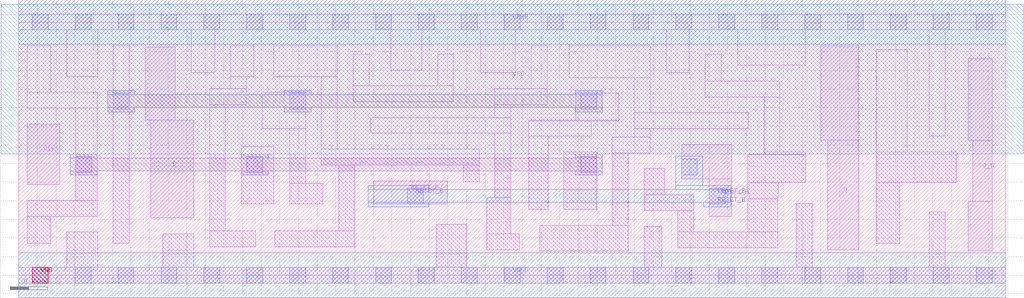
<source format=lef>
# Copyright 2020 The SkyWater PDK Authors
#
# Licensed under the Apache License, Version 2.0 (the "License");
# you may not use this file except in compliance with the License.
# You may obtain a copy of the License at
#
#     https://www.apache.org/licenses/LICENSE-2.0
#
# Unless required by applicable law or agreed to in writing, software
# distributed under the License is distributed on an "AS IS" BASIS,
# WITHOUT WARRANTIES OR CONDITIONS OF ANY KIND, either express or implied.
# See the License for the specific language governing permissions and
# limitations under the License.
#
# SPDX-License-Identifier: Apache-2.0

VERSION 5.7 ;
  NOWIREEXTENSIONATPIN ON ;
  DIVIDERCHAR "/" ;
  BUSBITCHARS "[]" ;
MACRO sky130_fd_sc_hd__dfrbp_1
  CLASS CORE ;
  FOREIGN sky130_fd_sc_hd__dfrbp_1 ;
  ORIGIN  0.000000  0.000000 ;
  SIZE  10.58000 BY  2.720000 ;
  SYMMETRY X Y R90 ;
  SITE unithd ;
  PIN D
    ANTENNAGATEAREA  0.126000 ;
    DIRECTION INPUT ;
    USE SIGNAL ;
    PORT
      LAYER li1 ;
        RECT 1.355000 1.665000 1.680000 2.450000 ;
        RECT 1.415000 0.615000 1.875000 1.665000 ;
    END
  END D
  PIN Q
    ANTENNADIFFAREA  0.449000 ;
    DIRECTION OUTPUT ;
    USE SIGNAL ;
    PORT
      LAYER li1 ;
        RECT 8.600000 1.455000 9.005000 2.465000 ;
        RECT 8.675000 0.275000 9.005000 1.455000 ;
    END
  END Q
  PIN Q_N
    ANTENNADIFFAREA  0.429000 ;
    DIRECTION OUTPUT ;
    USE SIGNAL ;
    PORT
      LAYER li1 ;
        RECT 10.180000 0.265000 10.435000 0.795000 ;
        RECT 10.180000 1.445000 10.435000 2.325000 ;
        RECT 10.225000 0.795000 10.435000 1.445000 ;
    END
  END Q_N
  PIN RESET_B
    ANTENNAGATEAREA  0.252000 ;
    DIRECTION INPUT ;
    USE SIGNAL ;
    PORT
      LAYER li1 ;
        RECT 3.805000 0.765000 4.595000 1.015000 ;
      LAYER mcon ;
        RECT 4.165000 0.765000 4.335000 0.935000 ;
    END
    PORT
      LAYER li1 ;
        RECT 7.105000 1.035000 7.645000 1.405000 ;
        RECT 7.405000 0.635000 7.645000 1.035000 ;
      LAYER mcon ;
        RECT 7.105000 1.080000 7.275000 1.250000 ;
        RECT 7.405000 0.765000 7.575000 0.935000 ;
    END
    PORT
      LAYER met1 ;
        RECT 3.745000 0.735000 4.395000 0.780000 ;
        RECT 3.745000 0.780000 7.635000 0.920000 ;
        RECT 3.745000 0.920000 4.395000 0.965000 ;
        RECT 7.045000 0.920000 7.635000 0.965000 ;
        RECT 7.045000 0.965000 7.335000 1.280000 ;
        RECT 7.345000 0.735000 7.635000 0.780000 ;
    END
  END RESET_B
  PIN VNB
    PORT
      LAYER pwell ;
        RECT 0.145000 -0.085000 0.315000 0.085000 ;
    END
  END VNB
  PIN VPB
    PORT
      LAYER nwell ;
        RECT -0.190000 1.305000 10.770000 2.910000 ;
    END
  END VPB
  PIN CLK
    ANTENNAGATEAREA  0.159000 ;
    DIRECTION INPUT ;
    USE CLOCK ;
    PORT
      LAYER li1 ;
        RECT 0.090000 0.975000 0.440000 1.625000 ;
    END
  END CLK
  PIN VGND
    DIRECTION INOUT ;
    SHAPE ABUTMENT ;
    USE GROUND ;
    PORT
      LAYER met1 ;
        RECT 0.000000 -0.240000 10.580000 0.240000 ;
    END
  END VGND
  PIN VPWR
    DIRECTION INOUT ;
    SHAPE ABUTMENT ;
    USE POWER ;
    PORT
      LAYER met1 ;
        RECT 0.000000 2.480000 10.580000 2.960000 ;
    END
  END VPWR
  OBS
    LAYER li1 ;
      RECT 0.000000 -0.085000 10.580000 0.085000 ;
      RECT 0.000000  2.635000 10.580000 2.805000 ;
      RECT 0.090000  0.345000  0.345000 0.635000 ;
      RECT 0.090000  0.635000  0.840000 0.805000 ;
      RECT 0.090000  1.795000  0.840000 1.965000 ;
      RECT 0.090000  1.965000  0.345000 2.465000 ;
      RECT 0.515000  0.085000  0.845000 0.465000 ;
      RECT 0.515000  2.135000  0.845000 2.635000 ;
      RECT 0.610000  0.805000  0.840000 1.795000 ;
      RECT 1.015000  0.345000  1.185000 2.465000 ;
      RECT 1.545000  0.085000  1.875000 0.445000 ;
      RECT 1.850000  2.175000  2.100000 2.635000 ;
      RECT 2.045000  0.305000  2.540000 0.475000 ;
      RECT 2.045000  0.475000  2.215000 1.835000 ;
      RECT 2.045000  1.835000  2.440000 2.005000 ;
      RECT 2.270000  2.005000  2.440000 2.135000 ;
      RECT 2.270000  2.135000  2.520000 2.465000 ;
      RECT 2.385000  0.765000  2.735000 1.385000 ;
      RECT 2.610000  1.575000  3.075000 1.965000 ;
      RECT 2.735000  2.135000  3.415000 2.465000 ;
      RECT 2.745000  0.305000  3.600000 0.475000 ;
      RECT 2.905000  0.765000  3.260000 0.985000 ;
      RECT 2.905000  0.985000  3.075000 1.575000 ;
      RECT 3.245000  1.185000  4.935000 1.355000 ;
      RECT 3.245000  1.355000  3.415000 2.135000 ;
      RECT 3.430000  0.475000  3.600000 1.185000 ;
      RECT 3.585000  1.865000  4.660000 2.035000 ;
      RECT 3.585000  2.035000  3.755000 2.375000 ;
      RECT 3.775000  1.525000  5.275000 1.695000 ;
      RECT 3.990000  2.205000  4.320000 2.635000 ;
      RECT 4.475000  0.085000  4.805000 0.545000 ;
      RECT 4.490000  2.035000  4.660000 2.375000 ;
      RECT 4.765000  1.005000  4.935000 1.185000 ;
      RECT 4.955000  2.175000  5.325000 2.635000 ;
      RECT 5.015000  0.275000  5.365000 0.445000 ;
      RECT 5.015000  0.445000  5.275000 0.835000 ;
      RECT 5.105000  0.835000  5.275000 1.525000 ;
      RECT 5.105000  1.695000  5.275000 1.835000 ;
      RECT 5.105000  1.835000  5.665000 2.005000 ;
      RECT 5.465000  0.705000  5.675000 1.495000 ;
      RECT 5.465000  1.495000  6.140000 1.655000 ;
      RECT 5.465000  1.655000  6.430000 1.665000 ;
      RECT 5.495000  2.005000  5.665000 2.465000 ;
      RECT 5.585000  0.255000  6.535000 0.535000 ;
      RECT 5.845000  0.705000  6.195000 1.325000 ;
      RECT 5.900000  2.125000  6.770000 2.465000 ;
      RECT 5.970000  1.665000  6.430000 1.955000 ;
      RECT 6.365000  0.535000  6.535000 1.315000 ;
      RECT 6.365000  1.315000  6.770000 1.485000 ;
      RECT 6.600000  1.485000  6.770000 1.575000 ;
      RECT 6.600000  1.575000  7.820000 1.745000 ;
      RECT 6.600000  1.745000  6.770000 2.125000 ;
      RECT 6.705000  0.085000  6.895000 0.525000 ;
      RECT 6.705000  0.695000  7.235000 0.865000 ;
      RECT 6.705000  0.865000  6.925000 1.145000 ;
      RECT 6.940000  2.175000  7.190000 2.635000 ;
      RECT 7.065000  0.295000  8.135000 0.465000 ;
      RECT 7.065000  0.465000  7.235000 0.695000 ;
      RECT 7.360000  1.915000  8.160000 2.085000 ;
      RECT 7.360000  2.085000  7.530000 2.375000 ;
      RECT 7.710000  2.255000  8.430000 2.635000 ;
      RECT 7.815000  0.465000  8.135000 0.820000 ;
      RECT 7.815000  0.820000  8.140000 0.995000 ;
      RECT 7.815000  0.995000  8.435000 1.295000 ;
      RECT 7.990000  1.295000  8.435000 1.325000 ;
      RECT 7.990000  1.325000  8.160000 1.915000 ;
      RECT 8.335000  0.085000  8.505000 0.770000 ;
      RECT 9.195000  0.345000  9.445000 0.995000 ;
      RECT 9.195000  0.995000 10.055000 1.325000 ;
      RECT 9.195000  1.325000  9.525000 2.425000 ;
      RECT 9.760000  0.085000  9.930000 0.680000 ;
      RECT 9.760000  1.495000  9.930000 2.635000 ;
    LAYER mcon ;
      RECT  0.145000 -0.085000  0.315000 0.085000 ;
      RECT  0.145000  2.635000  0.315000 2.805000 ;
      RECT  0.605000 -0.085000  0.775000 0.085000 ;
      RECT  0.605000  2.635000  0.775000 2.805000 ;
      RECT  0.610000  1.105000  0.780000 1.275000 ;
      RECT  1.015000  1.785000  1.185000 1.955000 ;
      RECT  1.065000 -0.085000  1.235000 0.085000 ;
      RECT  1.065000  2.635000  1.235000 2.805000 ;
      RECT  1.525000 -0.085000  1.695000 0.085000 ;
      RECT  1.525000  2.635000  1.695000 2.805000 ;
      RECT  1.985000 -0.085000  2.155000 0.085000 ;
      RECT  1.985000  2.635000  2.155000 2.805000 ;
      RECT  2.445000 -0.085000  2.615000 0.085000 ;
      RECT  2.445000  1.105000  2.615000 1.275000 ;
      RECT  2.445000  2.635000  2.615000 2.805000 ;
      RECT  2.905000 -0.085000  3.075000 0.085000 ;
      RECT  2.905000  1.785000  3.075000 1.955000 ;
      RECT  2.905000  2.635000  3.075000 2.805000 ;
      RECT  3.365000 -0.085000  3.535000 0.085000 ;
      RECT  3.365000  2.635000  3.535000 2.805000 ;
      RECT  3.825000 -0.085000  3.995000 0.085000 ;
      RECT  3.825000  2.635000  3.995000 2.805000 ;
      RECT  4.285000 -0.085000  4.455000 0.085000 ;
      RECT  4.285000  2.635000  4.455000 2.805000 ;
      RECT  4.745000 -0.085000  4.915000 0.085000 ;
      RECT  4.745000  2.635000  4.915000 2.805000 ;
      RECT  5.205000 -0.085000  5.375000 0.085000 ;
      RECT  5.205000  2.635000  5.375000 2.805000 ;
      RECT  5.665000 -0.085000  5.835000 0.085000 ;
      RECT  5.665000  2.635000  5.835000 2.805000 ;
      RECT  6.025000  1.105000  6.195000 1.275000 ;
      RECT  6.025000  1.785000  6.195000 1.955000 ;
      RECT  6.125000 -0.085000  6.295000 0.085000 ;
      RECT  6.125000  2.635000  6.295000 2.805000 ;
      RECT  6.585000 -0.085000  6.755000 0.085000 ;
      RECT  6.585000  2.635000  6.755000 2.805000 ;
      RECT  7.045000 -0.085000  7.215000 0.085000 ;
      RECT  7.045000  2.635000  7.215000 2.805000 ;
      RECT  7.505000 -0.085000  7.675000 0.085000 ;
      RECT  7.505000  2.635000  7.675000 2.805000 ;
      RECT  7.965000 -0.085000  8.135000 0.085000 ;
      RECT  7.965000  2.635000  8.135000 2.805000 ;
      RECT  8.425000 -0.085000  8.595000 0.085000 ;
      RECT  8.425000  2.635000  8.595000 2.805000 ;
      RECT  8.885000 -0.085000  9.055000 0.085000 ;
      RECT  8.885000  2.635000  9.055000 2.805000 ;
      RECT  9.345000 -0.085000  9.515000 0.085000 ;
      RECT  9.345000  2.635000  9.515000 2.805000 ;
      RECT  9.805000 -0.085000  9.975000 0.085000 ;
      RECT  9.805000  2.635000  9.975000 2.805000 ;
      RECT 10.265000 -0.085000 10.435000 0.085000 ;
      RECT 10.265000  2.635000 10.435000 2.805000 ;
    LAYER met1 ;
      RECT 0.550000 1.075000 0.840000 1.120000 ;
      RECT 0.550000 1.120000 6.255000 1.260000 ;
      RECT 0.550000 1.260000 0.840000 1.305000 ;
      RECT 0.955000 1.755000 1.245000 1.800000 ;
      RECT 0.955000 1.800000 6.255000 1.940000 ;
      RECT 0.955000 1.940000 1.245000 1.985000 ;
      RECT 2.385000 1.075000 2.675000 1.120000 ;
      RECT 2.385000 1.260000 2.675000 1.305000 ;
      RECT 2.845000 1.755000 3.135000 1.800000 ;
      RECT 2.845000 1.940000 3.135000 1.985000 ;
      RECT 5.965000 1.075000 6.255000 1.120000 ;
      RECT 5.965000 1.260000 6.255000 1.305000 ;
      RECT 5.965000 1.755000 6.255000 1.800000 ;
      RECT 5.965000 1.940000 6.255000 1.985000 ;
  END
END sky130_fd_sc_hd__dfrbp_1
END LIBRARY

</source>
